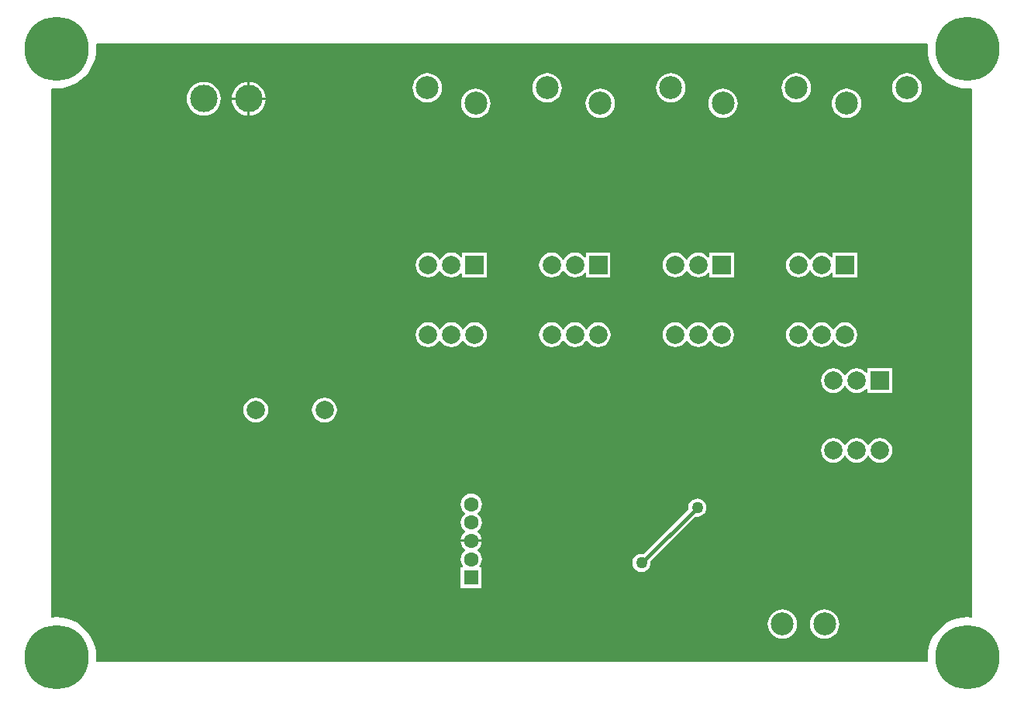
<source format=gbl>
%FSLAX44Y44*%
%MOMM*%
G71*
G01*
G75*
G04 Layer_Physical_Order=2*
G04 Layer_Color=16711680*
%ADD10R,1.5000X1.0000*%
%ADD11R,0.9000X1.0000*%
%ADD12R,1.0000X0.9000*%
%ADD13R,0.6000X1.3000*%
%ADD14R,2.2000X2.0000*%
%ADD15R,3.0000X4.0000*%
%ADD16R,10.5000X10.4000*%
%ADD17R,1.1000X3.5000*%
%ADD18R,3.0000X5.0000*%
%ADD19R,2.5000X5.7000*%
%ADD20R,1.6000X3.0000*%
%ADD21R,5.7000X2.5000*%
%ADD22R,1.6000X0.5000*%
%ADD23R,0.5000X1.6000*%
%ADD24R,1.0000X1.5000*%
%ADD25R,1.8000X2.0000*%
%ADD26C,1.0000*%
%ADD27C,0.5000*%
%ADD28C,0.6000*%
%ADD29C,0.4000*%
%ADD30C,7.0000*%
%ADD31C,2.5000*%
%ADD32C,3.0000*%
%ADD33C,2.0000*%
%ADD34R,1.6000X1.6000*%
%ADD35C,1.6000*%
%ADD36R,2.0000X2.0000*%
%ADD37C,1.2000*%
%ADD38C,1.2700*%
G36*
X961701Y679485D02*
X961407Y675000D01*
X961780Y669310D01*
X962892Y663717D01*
X964725Y658318D01*
X967247Y653203D01*
X970415Y648462D01*
X974175Y644175D01*
X978462Y640415D01*
X983203Y637247D01*
X988318Y634725D01*
X993717Y632892D01*
X999310Y631780D01*
X1005000Y631407D01*
X1009485Y631701D01*
X1010412Y630832D01*
Y54168D01*
X1009485Y53299D01*
X1005000Y53593D01*
X999310Y53220D01*
X993717Y52108D01*
X988318Y50275D01*
X983203Y47753D01*
X978462Y44585D01*
X974175Y40825D01*
X970415Y36538D01*
X967247Y31797D01*
X964725Y26682D01*
X962892Y21283D01*
X961780Y15690D01*
X961407Y10000D01*
X961701Y5515D01*
X960832Y4588D01*
X54168D01*
X53299Y5515D01*
X53593Y10000D01*
X53220Y15690D01*
X52108Y21283D01*
X50275Y26682D01*
X47753Y31797D01*
X44585Y36538D01*
X40825Y40825D01*
X36538Y44585D01*
X31797Y47753D01*
X26682Y50275D01*
X21283Y52108D01*
X15690Y53220D01*
X10000Y53593D01*
X5515Y53299D01*
X4588Y54168D01*
Y630832D01*
X5515Y631701D01*
X10000Y631407D01*
X15690Y631780D01*
X21283Y632892D01*
X26682Y634725D01*
X31797Y637247D01*
X36538Y640415D01*
X40825Y644175D01*
X44585Y648462D01*
X47753Y653203D01*
X50275Y658318D01*
X52108Y663717D01*
X53220Y669310D01*
X53593Y675000D01*
X53299Y679485D01*
X54168Y680412D01*
X960832D01*
X961701Y679485D01*
D02*
G37*
%LPC*%
G36*
X601610Y375867D02*
X598086Y375402D01*
X594802Y374042D01*
X591982Y371878D01*
X589818Y369058D01*
X589545Y368400D01*
X588275D01*
X588002Y369058D01*
X585838Y371878D01*
X583018Y374042D01*
X579734Y375402D01*
X576210Y375867D01*
X572686Y375402D01*
X569402Y374042D01*
X566582Y371878D01*
X564418Y369058D01*
X564145Y368400D01*
X562875D01*
X562602Y369058D01*
X560438Y371878D01*
X557618Y374042D01*
X554334Y375402D01*
X550810Y375867D01*
X547286Y375402D01*
X544002Y374042D01*
X541182Y371878D01*
X539018Y369058D01*
X537658Y365774D01*
X537194Y362250D01*
X537658Y358726D01*
X539018Y355442D01*
X541182Y352622D01*
X544002Y350458D01*
X547286Y349098D01*
X550810Y348633D01*
X554334Y349098D01*
X557618Y350458D01*
X560438Y352622D01*
X562602Y355442D01*
X562875Y356100D01*
X564145D01*
X564418Y355442D01*
X566582Y352622D01*
X569402Y350458D01*
X572686Y349098D01*
X576210Y348633D01*
X579734Y349098D01*
X583018Y350458D01*
X585838Y352622D01*
X588002Y355442D01*
X588275Y356100D01*
X589545D01*
X589818Y355442D01*
X591982Y352622D01*
X594802Y350458D01*
X598086Y349098D01*
X601610Y348633D01*
X605134Y349098D01*
X608418Y350458D01*
X611238Y352622D01*
X613402Y355442D01*
X614762Y358726D01*
X615227Y362250D01*
X614762Y365774D01*
X613402Y369058D01*
X611238Y371878D01*
X608418Y374042D01*
X605134Y375402D01*
X601610Y375867D01*
D02*
G37*
G36*
X466820D02*
X463296Y375402D01*
X460012Y374042D01*
X457192Y371878D01*
X455028Y369058D01*
X454755Y368400D01*
X453485D01*
X453212Y369058D01*
X451048Y371878D01*
X448228Y374042D01*
X444944Y375402D01*
X441420Y375867D01*
X437896Y375402D01*
X434612Y374042D01*
X431792Y371878D01*
X429628Y369058D01*
X429355Y368400D01*
X428085D01*
X427812Y369058D01*
X425648Y371878D01*
X422828Y374042D01*
X419544Y375402D01*
X416020Y375867D01*
X412496Y375402D01*
X409212Y374042D01*
X406392Y371878D01*
X404228Y369058D01*
X402868Y365774D01*
X402404Y362250D01*
X402868Y358726D01*
X404228Y355442D01*
X406392Y352622D01*
X409212Y350458D01*
X412496Y349098D01*
X416020Y348633D01*
X419544Y349098D01*
X422828Y350458D01*
X425648Y352622D01*
X427812Y355442D01*
X428085Y356100D01*
X429355D01*
X429628Y355442D01*
X431792Y352622D01*
X434612Y350458D01*
X437896Y349098D01*
X441420Y348633D01*
X444944Y349098D01*
X448228Y350458D01*
X451048Y352622D01*
X453212Y355442D01*
X453485Y356100D01*
X454755D01*
X455028Y355442D01*
X457192Y352622D01*
X460012Y350458D01*
X463296Y349098D01*
X466820Y348633D01*
X470344Y349098D01*
X473628Y350458D01*
X476448Y352622D01*
X478612Y355442D01*
X479972Y358726D01*
X480437Y362250D01*
X479972Y365774D01*
X478612Y369058D01*
X476448Y371878D01*
X473628Y374042D01*
X470344Y375402D01*
X466820Y375867D01*
D02*
G37*
G36*
X884000Y325717D02*
X880476Y325252D01*
X877192Y323892D01*
X874372Y321728D01*
X872208Y318908D01*
X871935Y318250D01*
X870665D01*
X870392Y318908D01*
X868228Y321728D01*
X865408Y323892D01*
X862124Y325252D01*
X858600Y325717D01*
X855076Y325252D01*
X851792Y323892D01*
X848972Y321728D01*
X846808Y318908D01*
X845448Y315624D01*
X844984Y312100D01*
X845448Y308576D01*
X846808Y305292D01*
X848972Y302472D01*
X851792Y300308D01*
X855076Y298948D01*
X858600Y298484D01*
X862124Y298948D01*
X865408Y300308D01*
X868228Y302472D01*
X870392Y305292D01*
X870665Y305950D01*
X871935D01*
X872208Y305292D01*
X874372Y302472D01*
X877192Y300308D01*
X880476Y298948D01*
X884000Y298484D01*
X887524Y298948D01*
X890808Y300308D01*
X893628Y302472D01*
X894697Y303865D01*
X895900Y303457D01*
Y298600D01*
X922900D01*
Y325600D01*
X895900D01*
Y320743D01*
X894697Y320335D01*
X893628Y321728D01*
X890808Y323892D01*
X887524Y325252D01*
X884000Y325717D01*
D02*
G37*
G36*
X736400Y375867D02*
X732876Y375402D01*
X729592Y374042D01*
X726772Y371878D01*
X724608Y369058D01*
X724335Y368400D01*
X723065D01*
X722792Y369058D01*
X720628Y371878D01*
X717808Y374042D01*
X714524Y375402D01*
X711000Y375867D01*
X707476Y375402D01*
X704192Y374042D01*
X701372Y371878D01*
X699208Y369058D01*
X698935Y368400D01*
X697665D01*
X697392Y369058D01*
X695228Y371878D01*
X692408Y374042D01*
X689124Y375402D01*
X685600Y375867D01*
X682076Y375402D01*
X678792Y374042D01*
X675972Y371878D01*
X673808Y369058D01*
X672448Y365774D01*
X671984Y362250D01*
X672448Y358726D01*
X673808Y355442D01*
X675972Y352622D01*
X678792Y350458D01*
X682076Y349098D01*
X685600Y348633D01*
X689124Y349098D01*
X692408Y350458D01*
X695228Y352622D01*
X697392Y355442D01*
X697665Y356100D01*
X698935D01*
X699208Y355442D01*
X701372Y352622D01*
X704192Y350458D01*
X707476Y349098D01*
X711000Y348633D01*
X714524Y349098D01*
X717808Y350458D01*
X720628Y352622D01*
X722792Y355442D01*
X723065Y356100D01*
X724335D01*
X724608Y355442D01*
X726772Y352622D01*
X729592Y350458D01*
X732876Y349098D01*
X736400Y348633D01*
X739924Y349098D01*
X743208Y350458D01*
X746028Y352622D01*
X748192Y355442D01*
X749553Y358726D01*
X750016Y362250D01*
X749553Y365774D01*
X748192Y369058D01*
X746028Y371878D01*
X743208Y374042D01*
X739924Y375402D01*
X736400Y375867D01*
D02*
G37*
G36*
X576210Y452066D02*
X572686Y451603D01*
X569402Y450242D01*
X566582Y448078D01*
X564418Y445258D01*
X564145Y444600D01*
X562875D01*
X562602Y445258D01*
X560438Y448078D01*
X557618Y450242D01*
X554334Y451603D01*
X550810Y452066D01*
X547286Y451603D01*
X544002Y450242D01*
X541182Y448078D01*
X539018Y445258D01*
X537658Y441974D01*
X537194Y438450D01*
X537658Y434926D01*
X539018Y431642D01*
X541182Y428822D01*
X544002Y426658D01*
X547286Y425298D01*
X550810Y424833D01*
X554334Y425298D01*
X557618Y426658D01*
X560438Y428822D01*
X562602Y431642D01*
X562875Y432300D01*
X564145D01*
X564418Y431642D01*
X566582Y428822D01*
X569402Y426658D01*
X572686Y425298D01*
X576210Y424833D01*
X579734Y425298D01*
X583018Y426658D01*
X585838Y428822D01*
X586907Y430215D01*
X588110Y429807D01*
Y424950D01*
X615110D01*
Y451950D01*
X588110D01*
Y447093D01*
X586907Y446685D01*
X585838Y448078D01*
X583018Y450242D01*
X579734Y451603D01*
X576210Y452066D01*
D02*
G37*
G36*
X441420D02*
X437896Y451603D01*
X434612Y450242D01*
X431792Y448078D01*
X429628Y445258D01*
X429355Y444600D01*
X428085D01*
X427812Y445258D01*
X425648Y448078D01*
X422828Y450242D01*
X419544Y451603D01*
X416020Y452066D01*
X412496Y451603D01*
X409212Y450242D01*
X406392Y448078D01*
X404228Y445258D01*
X402868Y441974D01*
X402404Y438450D01*
X402868Y434926D01*
X404228Y431642D01*
X406392Y428822D01*
X409212Y426658D01*
X412496Y425298D01*
X416020Y424833D01*
X419544Y425298D01*
X422828Y426658D01*
X425648Y428822D01*
X427812Y431642D01*
X428085Y432300D01*
X429355D01*
X429628Y431642D01*
X431792Y428822D01*
X434612Y426658D01*
X437896Y425298D01*
X441420Y424833D01*
X444944Y425298D01*
X448228Y426658D01*
X451048Y428822D01*
X452117Y430215D01*
X453320Y429807D01*
Y424950D01*
X480320D01*
Y451950D01*
X453320D01*
Y447093D01*
X452117Y446685D01*
X451048Y448078D01*
X448228Y450242D01*
X444944Y451603D01*
X441420Y452066D01*
D02*
G37*
G36*
X871190Y375867D02*
X867666Y375402D01*
X864382Y374042D01*
X861562Y371878D01*
X859398Y369058D01*
X859125Y368400D01*
X857855D01*
X857582Y369058D01*
X855418Y371878D01*
X852598Y374042D01*
X849314Y375402D01*
X845790Y375867D01*
X842266Y375402D01*
X838982Y374042D01*
X836162Y371878D01*
X833998Y369058D01*
X833725Y368400D01*
X832455D01*
X832182Y369058D01*
X830018Y371878D01*
X827198Y374042D01*
X823914Y375402D01*
X820390Y375867D01*
X816866Y375402D01*
X813582Y374042D01*
X810762Y371878D01*
X808598Y369058D01*
X807238Y365774D01*
X806774Y362250D01*
X807238Y358726D01*
X808598Y355442D01*
X810762Y352622D01*
X813582Y350458D01*
X816866Y349098D01*
X820390Y348633D01*
X823914Y349098D01*
X827198Y350458D01*
X830018Y352622D01*
X832182Y355442D01*
X832455Y356100D01*
X833725D01*
X833998Y355442D01*
X836162Y352622D01*
X838982Y350458D01*
X842266Y349098D01*
X845790Y348633D01*
X849314Y349098D01*
X852598Y350458D01*
X855418Y352622D01*
X857582Y355442D01*
X857855Y356100D01*
X859125D01*
X859398Y355442D01*
X861562Y352622D01*
X864382Y350458D01*
X867666Y349098D01*
X871190Y348633D01*
X874714Y349098D01*
X877998Y350458D01*
X880818Y352622D01*
X882982Y355442D01*
X884343Y358726D01*
X884807Y362250D01*
X884343Y365774D01*
X882982Y369058D01*
X880818Y371878D01*
X877998Y374042D01*
X874714Y375402D01*
X871190Y375867D01*
D02*
G37*
G36*
X302750Y293516D02*
X299226Y293052D01*
X295942Y291692D01*
X293122Y289528D01*
X290958Y286708D01*
X289597Y283424D01*
X289133Y279900D01*
X289597Y276376D01*
X290958Y273092D01*
X293122Y270272D01*
X295942Y268108D01*
X299226Y266747D01*
X302750Y266283D01*
X306274Y266747D01*
X309558Y268108D01*
X312378Y270272D01*
X314542Y273092D01*
X315903Y276376D01*
X316367Y279900D01*
X315903Y283424D01*
X314542Y286708D01*
X312378Y289528D01*
X309558Y291692D01*
X306274Y293052D01*
X302750Y293516D01*
D02*
G37*
G36*
X474432Y135730D02*
X451568D01*
X451796Y133998D01*
X452955Y131200D01*
X454798Y128798D01*
X456314Y127635D01*
Y126365D01*
X454798Y125202D01*
X452955Y122800D01*
X451796Y120002D01*
X451401Y117000D01*
X451796Y113998D01*
X452955Y111200D01*
X454153Y109639D01*
X453591Y108500D01*
X451500D01*
Y85500D01*
X474500D01*
Y108500D01*
X472409D01*
X471847Y109639D01*
X473045Y111200D01*
X474204Y113998D01*
X474599Y117000D01*
X474204Y120002D01*
X473045Y122800D01*
X471202Y125202D01*
X469686Y126365D01*
Y127635D01*
X471202Y128798D01*
X473045Y131200D01*
X474204Y133998D01*
X474432Y135730D01*
D02*
G37*
G36*
X849000Y62077D02*
X845863Y61768D01*
X842847Y60854D01*
X840068Y59368D01*
X837632Y57368D01*
X835632Y54932D01*
X834146Y52153D01*
X833232Y49137D01*
X832923Y46000D01*
X833232Y42863D01*
X834146Y39847D01*
X835632Y37068D01*
X837632Y34632D01*
X840068Y32632D01*
X842847Y31146D01*
X845863Y30231D01*
X849000Y29923D01*
X852137Y30231D01*
X855153Y31146D01*
X857932Y32632D01*
X860368Y34632D01*
X862368Y37068D01*
X863854Y39847D01*
X864769Y42863D01*
X865077Y46000D01*
X864769Y49137D01*
X863854Y52153D01*
X862368Y54932D01*
X860368Y57368D01*
X857932Y59368D01*
X855153Y60854D01*
X852137Y61768D01*
X849000Y62077D01*
D02*
G37*
G36*
X803000D02*
X799863Y61768D01*
X796847Y60854D01*
X794068Y59368D01*
X791631Y57368D01*
X789632Y54932D01*
X788146Y52153D01*
X787232Y49137D01*
X786923Y46000D01*
X787232Y42863D01*
X788146Y39847D01*
X789632Y37068D01*
X791631Y34632D01*
X794068Y32632D01*
X796847Y31146D01*
X799863Y30231D01*
X803000Y29923D01*
X806136Y30231D01*
X809153Y31146D01*
X811932Y32632D01*
X814368Y34632D01*
X816368Y37068D01*
X817854Y39847D01*
X818768Y42863D01*
X819077Y46000D01*
X818768Y49137D01*
X817854Y52153D01*
X816368Y54932D01*
X814368Y57368D01*
X811932Y59368D01*
X809153Y60854D01*
X806136Y61768D01*
X803000Y62077D01*
D02*
G37*
G36*
X463000Y188599D02*
X459998Y188204D01*
X457200Y187045D01*
X454798Y185202D01*
X452955Y182800D01*
X451796Y180002D01*
X451401Y177000D01*
X451796Y173998D01*
X452955Y171200D01*
X454798Y168798D01*
X456314Y167635D01*
Y166365D01*
X454798Y165202D01*
X452955Y162800D01*
X451796Y160002D01*
X451401Y157000D01*
X451796Y153998D01*
X452955Y151200D01*
X454798Y148798D01*
X456314Y147635D01*
Y146365D01*
X454798Y145202D01*
X452955Y142800D01*
X451796Y140002D01*
X451568Y138270D01*
X474432D01*
X474204Y140002D01*
X473045Y142800D01*
X471202Y145202D01*
X469686Y146365D01*
Y147635D01*
X471202Y148798D01*
X473045Y151200D01*
X474204Y153998D01*
X474599Y157000D01*
X474204Y160002D01*
X473045Y162800D01*
X471202Y165202D01*
X469686Y166365D01*
Y167635D01*
X471202Y168798D01*
X473045Y171200D01*
X474204Y173998D01*
X474599Y177000D01*
X474204Y180002D01*
X473045Y182800D01*
X471202Y185202D01*
X468800Y187045D01*
X466002Y188204D01*
X463000Y188599D01*
D02*
G37*
G36*
X227750Y293516D02*
X224226Y293052D01*
X220942Y291692D01*
X218122Y289528D01*
X215958Y286708D01*
X214597Y283424D01*
X214133Y279900D01*
X214597Y276376D01*
X215958Y273092D01*
X218122Y270272D01*
X220942Y268108D01*
X224226Y266747D01*
X227750Y266283D01*
X231274Y266747D01*
X234558Y268108D01*
X237378Y270272D01*
X239542Y273092D01*
X240903Y276376D01*
X241367Y279900D01*
X240903Y283424D01*
X239542Y286708D01*
X237378Y289528D01*
X234558Y291692D01*
X231274Y293052D01*
X227750Y293516D01*
D02*
G37*
G36*
X909400Y249517D02*
X905876Y249053D01*
X902592Y247692D01*
X899772Y245528D01*
X897608Y242708D01*
X897335Y242050D01*
X896065D01*
X895792Y242708D01*
X893628Y245528D01*
X890808Y247692D01*
X887524Y249053D01*
X884000Y249517D01*
X880476Y249053D01*
X877192Y247692D01*
X874372Y245528D01*
X872208Y242708D01*
X871935Y242050D01*
X870665D01*
X870392Y242708D01*
X868228Y245528D01*
X865408Y247692D01*
X862124Y249053D01*
X858600Y249517D01*
X855076Y249053D01*
X851792Y247692D01*
X848972Y245528D01*
X846808Y242708D01*
X845448Y239424D01*
X844984Y235900D01*
X845448Y232376D01*
X846808Y229092D01*
X848972Y226272D01*
X851792Y224108D01*
X855076Y222747D01*
X858600Y222284D01*
X862124Y222747D01*
X865408Y224108D01*
X868228Y226272D01*
X870392Y229092D01*
X870665Y229750D01*
X871935D01*
X872208Y229092D01*
X874372Y226272D01*
X877192Y224108D01*
X880476Y222747D01*
X884000Y222284D01*
X887524Y222747D01*
X890808Y224108D01*
X893628Y226272D01*
X895792Y229092D01*
X896065Y229750D01*
X897335D01*
X897608Y229092D01*
X899772Y226272D01*
X902592Y224108D01*
X905876Y222747D01*
X909400Y222284D01*
X912924Y222747D01*
X916208Y224108D01*
X919028Y226272D01*
X921192Y229092D01*
X922553Y232376D01*
X923017Y235900D01*
X922553Y239424D01*
X921192Y242708D01*
X919028Y245528D01*
X916208Y247692D01*
X912924Y249053D01*
X909400Y249517D01*
D02*
G37*
G36*
X710000Y183435D02*
X707429Y183097D01*
X705033Y182104D01*
X702975Y180525D01*
X701396Y178468D01*
X700404Y176071D01*
X700065Y173500D01*
X700298Y171729D01*
X651213Y122643D01*
X649000Y122935D01*
X646429Y122596D01*
X644032Y121604D01*
X641975Y120025D01*
X640396Y117967D01*
X639403Y115571D01*
X639065Y113000D01*
X639403Y110429D01*
X640396Y108032D01*
X641975Y105975D01*
X644032Y104396D01*
X646429Y103404D01*
X649000Y103065D01*
X651571Y103404D01*
X653967Y104396D01*
X656025Y105975D01*
X657604Y108032D01*
X658596Y110429D01*
X658935Y113000D01*
X658760Y114329D01*
X708229Y163798D01*
X710000Y163565D01*
X712571Y163904D01*
X714967Y164896D01*
X717025Y166475D01*
X718604Y168533D01*
X719596Y170929D01*
X719935Y173500D01*
X719596Y176071D01*
X718604Y178468D01*
X717025Y180525D01*
X714967Y182104D01*
X712571Y183097D01*
X710000Y183435D01*
D02*
G37*
G36*
X711000Y452066D02*
X707476Y451603D01*
X704192Y450242D01*
X701372Y448078D01*
X699208Y445258D01*
X698935Y444600D01*
X697665D01*
X697392Y445258D01*
X695228Y448078D01*
X692408Y450242D01*
X689124Y451603D01*
X685600Y452066D01*
X682076Y451603D01*
X678792Y450242D01*
X675972Y448078D01*
X673808Y445258D01*
X672448Y441974D01*
X671984Y438450D01*
X672448Y434926D01*
X673808Y431642D01*
X675972Y428822D01*
X678792Y426658D01*
X682076Y425298D01*
X685600Y424833D01*
X689124Y425298D01*
X692408Y426658D01*
X695228Y428822D01*
X697392Y431642D01*
X697665Y432300D01*
X698935D01*
X699208Y431642D01*
X701372Y428822D01*
X704192Y426658D01*
X707476Y425298D01*
X711000Y424833D01*
X714524Y425298D01*
X717808Y426658D01*
X720628Y428822D01*
X721697Y430215D01*
X722900Y429807D01*
Y424950D01*
X749900D01*
Y451950D01*
X722900D01*
Y447093D01*
X721697Y446685D01*
X720628Y448078D01*
X717808Y450242D01*
X714524Y451603D01*
X711000Y452066D01*
D02*
G37*
G36*
X681000Y648077D02*
X677863Y647768D01*
X674847Y646854D01*
X672068Y645368D01*
X669632Y643369D01*
X667632Y640932D01*
X666146Y638153D01*
X665231Y635137D01*
X664923Y632000D01*
X665231Y628863D01*
X666146Y625847D01*
X667632Y623068D01*
X669632Y620632D01*
X672068Y618632D01*
X674847Y617146D01*
X677863Y616231D01*
X681000Y615923D01*
X684137Y616231D01*
X687153Y617146D01*
X689932Y618632D01*
X692368Y620632D01*
X694368Y623068D01*
X695854Y625847D01*
X696768Y628863D01*
X697077Y632000D01*
X696768Y635137D01*
X695854Y638153D01*
X694368Y640932D01*
X692368Y643369D01*
X689932Y645368D01*
X687153Y646854D01*
X684137Y647768D01*
X681000Y648077D01*
D02*
G37*
G36*
X546000D02*
X542864Y647768D01*
X539847Y646854D01*
X537068Y645368D01*
X534632Y643369D01*
X532632Y640932D01*
X531146Y638153D01*
X530232Y635137D01*
X529923Y632000D01*
X530232Y628863D01*
X531146Y625847D01*
X532632Y623068D01*
X534632Y620632D01*
X537068Y618632D01*
X539847Y617146D01*
X542864Y616231D01*
X546000Y615923D01*
X549137Y616231D01*
X552153Y617146D01*
X554932Y618632D01*
X557369Y620632D01*
X559368Y623068D01*
X560854Y625847D01*
X561768Y628863D01*
X562077Y632000D01*
X561768Y635137D01*
X560854Y638153D01*
X559368Y640932D01*
X557369Y643369D01*
X554932Y645368D01*
X552153Y646854D01*
X549137Y647768D01*
X546000Y648077D01*
D02*
G37*
G36*
X415000D02*
X411864Y647768D01*
X408847Y646854D01*
X406068Y645368D01*
X403632Y643369D01*
X401632Y640932D01*
X400146Y638153D01*
X399231Y635137D01*
X398923Y632000D01*
X399231Y628863D01*
X400146Y625847D01*
X401632Y623068D01*
X403632Y620632D01*
X406068Y618632D01*
X408847Y617146D01*
X411864Y616231D01*
X415000Y615923D01*
X418137Y616231D01*
X421153Y617146D01*
X423932Y618632D01*
X426368Y620632D01*
X428368Y623068D01*
X429854Y625847D01*
X430769Y628863D01*
X431077Y632000D01*
X430769Y635137D01*
X429854Y638153D01*
X428368Y640932D01*
X426368Y643369D01*
X423932Y645368D01*
X421153Y646854D01*
X418137Y647768D01*
X415000Y648077D01*
D02*
G37*
G36*
X818000D02*
X814864Y647768D01*
X811847Y646854D01*
X809068Y645368D01*
X806632Y643369D01*
X804632Y640932D01*
X803146Y638153D01*
X802232Y635137D01*
X801923Y632000D01*
X802232Y628863D01*
X803146Y625847D01*
X804632Y623068D01*
X806632Y620632D01*
X809068Y618632D01*
X811847Y617146D01*
X814864Y616231D01*
X818000Y615923D01*
X821137Y616231D01*
X824153Y617146D01*
X826932Y618632D01*
X829369Y620632D01*
X831368Y623068D01*
X832854Y625847D01*
X833768Y628863D01*
X834077Y632000D01*
X833768Y635137D01*
X832854Y638153D01*
X831368Y640932D01*
X829369Y643369D01*
X826932Y645368D01*
X824153Y646854D01*
X821137Y647768D01*
X818000Y648077D01*
D02*
G37*
G36*
X221270Y638464D02*
Y621270D01*
X238464D01*
X238232Y623627D01*
X237174Y627114D01*
X235457Y630328D01*
X233145Y633145D01*
X230328Y635457D01*
X227114Y637174D01*
X223627Y638232D01*
X221270Y638464D01*
D02*
G37*
G36*
X218730D02*
X216373Y638232D01*
X212886Y637174D01*
X209672Y635457D01*
X206855Y633145D01*
X204543Y630328D01*
X202826Y627114D01*
X201768Y623627D01*
X201536Y621270D01*
X218730D01*
Y638464D01*
D02*
G37*
G36*
X939000Y648077D02*
X935863Y647768D01*
X932847Y646854D01*
X930068Y645368D01*
X927632Y643369D01*
X925632Y640932D01*
X924146Y638153D01*
X923232Y635137D01*
X922923Y632000D01*
X923232Y628863D01*
X924146Y625847D01*
X925632Y623068D01*
X927632Y620632D01*
X930068Y618632D01*
X932847Y617146D01*
X935863Y616231D01*
X939000Y615923D01*
X942137Y616231D01*
X945153Y617146D01*
X947932Y618632D01*
X950368Y620632D01*
X952368Y623068D01*
X953854Y625847D01*
X954769Y628863D01*
X955077Y632000D01*
X954769Y635137D01*
X953854Y638153D01*
X952368Y640932D01*
X950368Y643369D01*
X947932Y645368D01*
X945153Y646854D01*
X942137Y647768D01*
X939000Y648077D01*
D02*
G37*
G36*
X238464Y618730D02*
X221270D01*
Y601536D01*
X223627Y601768D01*
X227114Y602826D01*
X230328Y604543D01*
X233145Y606855D01*
X235457Y609672D01*
X237174Y612886D01*
X238232Y616373D01*
X238464Y618730D01*
D02*
G37*
G36*
X604000Y631077D02*
X600863Y630769D01*
X597847Y629854D01*
X595068Y628368D01*
X592632Y626368D01*
X590632Y623932D01*
X589146Y621153D01*
X588232Y618137D01*
X587923Y615000D01*
X588232Y611864D01*
X589146Y608847D01*
X590632Y606068D01*
X592632Y603632D01*
X595068Y601632D01*
X597847Y600146D01*
X600863Y599231D01*
X604000Y598923D01*
X607137Y599231D01*
X610153Y600146D01*
X612932Y601632D01*
X615368Y603632D01*
X617368Y606068D01*
X618854Y608847D01*
X619768Y611864D01*
X620077Y615000D01*
X619768Y618137D01*
X618854Y621153D01*
X617368Y623932D01*
X615368Y626368D01*
X612932Y628368D01*
X610153Y629854D01*
X607137Y630769D01*
X604000Y631077D01*
D02*
G37*
G36*
X468000D02*
X464864Y630769D01*
X461847Y629854D01*
X459068Y628368D01*
X456632Y626368D01*
X454632Y623932D01*
X453146Y621153D01*
X452231Y618137D01*
X451923Y615000D01*
X452231Y611864D01*
X453146Y608847D01*
X454632Y606068D01*
X456632Y603632D01*
X459068Y601632D01*
X461847Y600146D01*
X464864Y599231D01*
X468000Y598923D01*
X471137Y599231D01*
X474153Y600146D01*
X476932Y601632D01*
X479369Y603632D01*
X481368Y606068D01*
X482854Y608847D01*
X483769Y611864D01*
X484077Y615000D01*
X483769Y618137D01*
X482854Y621153D01*
X481368Y623932D01*
X479369Y626368D01*
X476932Y628368D01*
X474153Y629854D01*
X471137Y630769D01*
X468000Y631077D01*
D02*
G37*
G36*
X845790Y452066D02*
X842266Y451603D01*
X838982Y450242D01*
X836162Y448078D01*
X833998Y445258D01*
X833725Y444600D01*
X832455D01*
X832182Y445258D01*
X830018Y448078D01*
X827198Y450242D01*
X823914Y451603D01*
X820390Y452066D01*
X816866Y451603D01*
X813582Y450242D01*
X810762Y448078D01*
X808598Y445258D01*
X807238Y441974D01*
X806774Y438450D01*
X807238Y434926D01*
X808598Y431642D01*
X810762Y428822D01*
X813582Y426658D01*
X816866Y425298D01*
X820390Y424833D01*
X823914Y425298D01*
X827198Y426658D01*
X830018Y428822D01*
X832182Y431642D01*
X832455Y432300D01*
X833725D01*
X833998Y431642D01*
X836162Y428822D01*
X838982Y426658D01*
X842266Y425298D01*
X845790Y424833D01*
X849314Y425298D01*
X852598Y426658D01*
X855418Y428822D01*
X856487Y430215D01*
X857690Y429807D01*
Y424950D01*
X884690D01*
Y451950D01*
X857690D01*
Y447093D01*
X856487Y446685D01*
X855418Y448078D01*
X852598Y450242D01*
X849314Y451603D01*
X845790Y452066D01*
D02*
G37*
G36*
X738000Y631077D02*
X734864Y630769D01*
X731848Y629854D01*
X729068Y628368D01*
X726632Y626368D01*
X724632Y623932D01*
X723146Y621153D01*
X722232Y618137D01*
X721923Y615000D01*
X722232Y611864D01*
X723146Y608847D01*
X724632Y606068D01*
X726632Y603632D01*
X729068Y601632D01*
X731848Y600146D01*
X734864Y599231D01*
X738000Y598923D01*
X741137Y599231D01*
X744153Y600146D01*
X746932Y601632D01*
X749369Y603632D01*
X751368Y606068D01*
X752854Y608847D01*
X753768Y611864D01*
X754077Y615000D01*
X753768Y618137D01*
X752854Y621153D01*
X751368Y623932D01*
X749369Y626368D01*
X746932Y628368D01*
X744153Y629854D01*
X741137Y630769D01*
X738000Y631077D01*
D02*
G37*
G36*
X218730Y618730D02*
X201536D01*
X201768Y616373D01*
X202826Y612886D01*
X204543Y609672D01*
X206855Y606855D01*
X209672Y604543D01*
X212886Y602826D01*
X216373Y601768D01*
X218730Y601536D01*
Y618730D01*
D02*
G37*
G36*
X171000Y638590D02*
X167373Y638232D01*
X163886Y637174D01*
X160672Y635457D01*
X157855Y633145D01*
X155543Y630328D01*
X153826Y627114D01*
X152768Y623627D01*
X152410Y620000D01*
X152768Y616373D01*
X153826Y612886D01*
X155543Y609672D01*
X157855Y606855D01*
X160672Y604543D01*
X163886Y602826D01*
X167373Y601768D01*
X171000Y601410D01*
X174627Y601768D01*
X178114Y602826D01*
X181328Y604543D01*
X184145Y606855D01*
X186457Y609672D01*
X188174Y612886D01*
X189232Y616373D01*
X189590Y620000D01*
X189232Y623627D01*
X188174Y627114D01*
X186457Y630328D01*
X184145Y633145D01*
X181328Y635457D01*
X178114Y637174D01*
X174627Y638232D01*
X171000Y638590D01*
D02*
G37*
G36*
X873000Y631077D02*
X869864Y630769D01*
X866847Y629854D01*
X864068Y628368D01*
X861632Y626368D01*
X859632Y623932D01*
X858146Y621153D01*
X857232Y618137D01*
X856923Y615000D01*
X857232Y611864D01*
X858146Y608847D01*
X859632Y606068D01*
X861632Y603632D01*
X864068Y601632D01*
X866847Y600146D01*
X869864Y599231D01*
X873000Y598923D01*
X876137Y599231D01*
X879153Y600146D01*
X881932Y601632D01*
X884369Y603632D01*
X886368Y606068D01*
X887854Y608847D01*
X888768Y611864D01*
X889077Y615000D01*
X888768Y618137D01*
X887854Y621153D01*
X886368Y623932D01*
X884369Y626368D01*
X881932Y628368D01*
X879153Y629854D01*
X876137Y630769D01*
X873000Y631077D01*
D02*
G37*
%LPD*%
D29*
X649000Y113000D02*
X649500D01*
X710000Y173500D01*
D30*
X1005000Y675000D02*
D03*
X10000D02*
D03*
Y10000D02*
D03*
X1005000D02*
D03*
D31*
X849000Y46000D02*
D03*
X803000D02*
D03*
X604000Y615000D02*
D03*
X738000D02*
D03*
X873000D02*
D03*
X939000Y632000D02*
D03*
X818000D02*
D03*
X681000D02*
D03*
X546000D02*
D03*
X468000Y615000D02*
D03*
X415000Y632000D02*
D03*
D32*
X171000Y620000D02*
D03*
X220000D02*
D03*
D33*
X302750Y279900D02*
D03*
X227750D02*
D03*
X685600Y362250D02*
D03*
X711000D02*
D03*
X736400D02*
D03*
X685600Y438450D02*
D03*
X711000D02*
D03*
X820390Y362250D02*
D03*
X845790D02*
D03*
X871190D02*
D03*
X820390Y438450D02*
D03*
X845790D02*
D03*
X550810Y362250D02*
D03*
X576210D02*
D03*
X601610D02*
D03*
X550810Y438450D02*
D03*
X576210D02*
D03*
X416020Y362250D02*
D03*
X441420D02*
D03*
X466820D02*
D03*
X416020Y438450D02*
D03*
X441420D02*
D03*
X858600Y235900D02*
D03*
X884000D02*
D03*
X909400D02*
D03*
X858600Y312100D02*
D03*
X884000D02*
D03*
D34*
X463000Y97000D02*
D03*
D35*
Y117000D02*
D03*
Y177000D02*
D03*
Y157000D02*
D03*
Y137000D02*
D03*
D36*
X736400Y438450D02*
D03*
X871190D02*
D03*
X601610D02*
D03*
X466820D02*
D03*
X909400Y312100D02*
D03*
D37*
X364000Y147000D02*
D03*
X363000Y182000D02*
D03*
X362000Y217000D02*
D03*
X625000Y61000D02*
D03*
X497000Y203000D02*
D03*
X468000Y227000D02*
D03*
X439000Y253000D02*
D03*
X410000Y278000D02*
D03*
X777000Y256000D02*
D03*
X809000Y338000D02*
D03*
X730000Y328000D02*
D03*
X1000000Y63000D02*
D03*
Y83000D02*
D03*
Y103000D02*
D03*
Y123000D02*
D03*
Y143000D02*
D03*
Y163000D02*
D03*
Y183000D02*
D03*
Y203000D02*
D03*
Y223000D02*
D03*
Y243000D02*
D03*
Y263000D02*
D03*
Y283000D02*
D03*
Y303000D02*
D03*
Y323000D02*
D03*
Y343000D02*
D03*
Y363000D02*
D03*
Y383000D02*
D03*
Y403000D02*
D03*
Y423000D02*
D03*
Y443000D02*
D03*
Y463000D02*
D03*
Y483000D02*
D03*
Y503000D02*
D03*
Y523000D02*
D03*
Y543000D02*
D03*
Y563000D02*
D03*
Y583000D02*
D03*
Y603000D02*
D03*
Y623000D02*
D03*
X13000D02*
D03*
Y603000D02*
D03*
Y583000D02*
D03*
Y563000D02*
D03*
Y543000D02*
D03*
Y523000D02*
D03*
Y503000D02*
D03*
Y483000D02*
D03*
Y463000D02*
D03*
Y443000D02*
D03*
Y423000D02*
D03*
Y403000D02*
D03*
Y383000D02*
D03*
Y363000D02*
D03*
Y343000D02*
D03*
Y323000D02*
D03*
Y303000D02*
D03*
Y283000D02*
D03*
Y263000D02*
D03*
Y243000D02*
D03*
Y223000D02*
D03*
Y203000D02*
D03*
Y183000D02*
D03*
Y163000D02*
D03*
Y143000D02*
D03*
Y123000D02*
D03*
Y103000D02*
D03*
Y83000D02*
D03*
Y63000D02*
D03*
X64000Y11000D02*
D03*
X84000D02*
D03*
X104000D02*
D03*
X124000D02*
D03*
X144000D02*
D03*
X164000D02*
D03*
X184000D02*
D03*
X204000D02*
D03*
X224000D02*
D03*
X244000D02*
D03*
X264000D02*
D03*
X284000D02*
D03*
X304000D02*
D03*
X324000D02*
D03*
X344000D02*
D03*
X364000D02*
D03*
X384000D02*
D03*
X404000D02*
D03*
X424000D02*
D03*
X444000D02*
D03*
X464000D02*
D03*
X484000D02*
D03*
X504000D02*
D03*
X524000D02*
D03*
X544000D02*
D03*
X564000D02*
D03*
X584000D02*
D03*
X604000D02*
D03*
X624000D02*
D03*
X644000D02*
D03*
X664000D02*
D03*
X684000D02*
D03*
X704000D02*
D03*
X724000D02*
D03*
X744000D02*
D03*
X764000D02*
D03*
X950000Y673000D02*
D03*
X930000D02*
D03*
X910000D02*
D03*
X890000D02*
D03*
X870000D02*
D03*
X850000D02*
D03*
X830000D02*
D03*
X810000D02*
D03*
X790000D02*
D03*
X770000D02*
D03*
X750000D02*
D03*
X730000D02*
D03*
X710000D02*
D03*
X690000D02*
D03*
X670000D02*
D03*
X650000D02*
D03*
X630000D02*
D03*
X610000D02*
D03*
X590000D02*
D03*
X570000D02*
D03*
X550000D02*
D03*
X530000D02*
D03*
X510000D02*
D03*
X490000D02*
D03*
X470000D02*
D03*
X450000D02*
D03*
X430000D02*
D03*
X410000D02*
D03*
X390000D02*
D03*
X370000D02*
D03*
X350000D02*
D03*
X330000D02*
D03*
X310000D02*
D03*
X290000D02*
D03*
X270000D02*
D03*
X250000D02*
D03*
X230000D02*
D03*
X210000D02*
D03*
X190000D02*
D03*
X170000D02*
D03*
X150000D02*
D03*
X130000D02*
D03*
X110000D02*
D03*
X90000D02*
D03*
X70000D02*
D03*
X463000Y329000D02*
D03*
X483000Y313000D02*
D03*
X501000Y294000D02*
D03*
X512000Y270000D02*
D03*
X594000Y332000D02*
D03*
X626000D02*
D03*
X638000Y360000D02*
D03*
X656000Y229000D02*
D03*
X695000D02*
D03*
X683000Y206000D02*
D03*
X791000Y204000D02*
D03*
X830000D02*
D03*
X869000D02*
D03*
X850000D02*
D03*
X811000D02*
D03*
X279000Y578000D02*
D03*
X312000Y579000D02*
D03*
X342000D02*
D03*
X367000D02*
D03*
X368000Y545000D02*
D03*
X367000Y518000D02*
D03*
X368000Y490000D02*
D03*
X500000Y405000D02*
D03*
X637000Y404000D02*
D03*
X771000Y407000D02*
D03*
X739000Y48000D02*
D03*
X755000D02*
D03*
X816000Y115000D02*
D03*
X588000D02*
D03*
X542000Y113000D02*
D03*
X416000Y537000D02*
D03*
X463000D02*
D03*
X557000D02*
D03*
X605000D02*
D03*
X691000D02*
D03*
X737000D02*
D03*
X828000D02*
D03*
X872000D02*
D03*
X864000Y394000D02*
D03*
X884000Y283000D02*
D03*
X913000Y266000D02*
D03*
X241000Y504000D02*
D03*
Y487000D02*
D03*
Y470000D02*
D03*
Y453000D02*
D03*
Y436000D02*
D03*
X258000Y504000D02*
D03*
Y487000D02*
D03*
Y470000D02*
D03*
Y453000D02*
D03*
Y436000D02*
D03*
X275000Y504000D02*
D03*
Y487000D02*
D03*
Y470000D02*
D03*
Y453000D02*
D03*
Y436000D02*
D03*
X292000Y504000D02*
D03*
Y487000D02*
D03*
Y470000D02*
D03*
Y453000D02*
D03*
Y436000D02*
D03*
X309000Y504000D02*
D03*
Y487000D02*
D03*
Y470000D02*
D03*
Y453000D02*
D03*
Y436000D02*
D03*
X413000Y405000D02*
D03*
X468000D02*
D03*
X601000Y404000D02*
D03*
X547000D02*
D03*
X737000D02*
D03*
X683000D02*
D03*
X845000Y402000D02*
D03*
X880000Y387000D02*
D03*
X770000Y366000D02*
D03*
X669000Y274000D02*
D03*
X703000D02*
D03*
X739000D02*
D03*
X771000Y204000D02*
D03*
X756000Y195000D02*
D03*
X743000Y166000D02*
D03*
X742000Y149000D02*
D03*
Y133000D02*
D03*
X771000Y48000D02*
D03*
X731000Y64000D02*
D03*
Y82000D02*
D03*
X744000Y182000D02*
D03*
X887000Y204000D02*
D03*
X905000D02*
D03*
X924000D02*
D03*
X588000Y158000D02*
D03*
X543000Y157000D02*
D03*
X841000Y101000D02*
D03*
D38*
X710000Y173500D02*
D03*
X649000Y113000D02*
D03*
M02*

</source>
